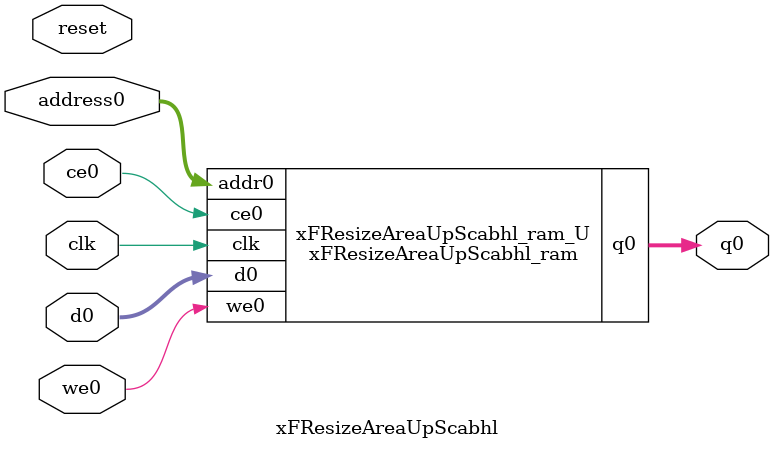
<source format=v>
`timescale 1 ns / 1 ps
module xFResizeAreaUpScabhl_ram (addr0, ce0, d0, we0, q0,  clk);

parameter DWIDTH = 13;
parameter AWIDTH = 11;
parameter MEM_SIZE = 1280;

input[AWIDTH-1:0] addr0;
input ce0;
input[DWIDTH-1:0] d0;
input we0;
output reg[DWIDTH-1:0] q0;
input clk;

(* ram_style = "block" *)reg [DWIDTH-1:0] ram[0:MEM_SIZE-1];




always @(posedge clk)  
begin 
    if (ce0) begin
        if (we0) 
            ram[addr0] <= d0; 
        q0 <= ram[addr0];
    end
end


endmodule

`timescale 1 ns / 1 ps
module xFResizeAreaUpScabhl(
    reset,
    clk,
    address0,
    ce0,
    we0,
    d0,
    q0);

parameter DataWidth = 32'd13;
parameter AddressRange = 32'd1280;
parameter AddressWidth = 32'd11;
input reset;
input clk;
input[AddressWidth - 1:0] address0;
input ce0;
input we0;
input[DataWidth - 1:0] d0;
output[DataWidth - 1:0] q0;



xFResizeAreaUpScabhl_ram xFResizeAreaUpScabhl_ram_U(
    .clk( clk ),
    .addr0( address0 ),
    .ce0( ce0 ),
    .we0( we0 ),
    .d0( d0 ),
    .q0( q0 ));

endmodule


</source>
